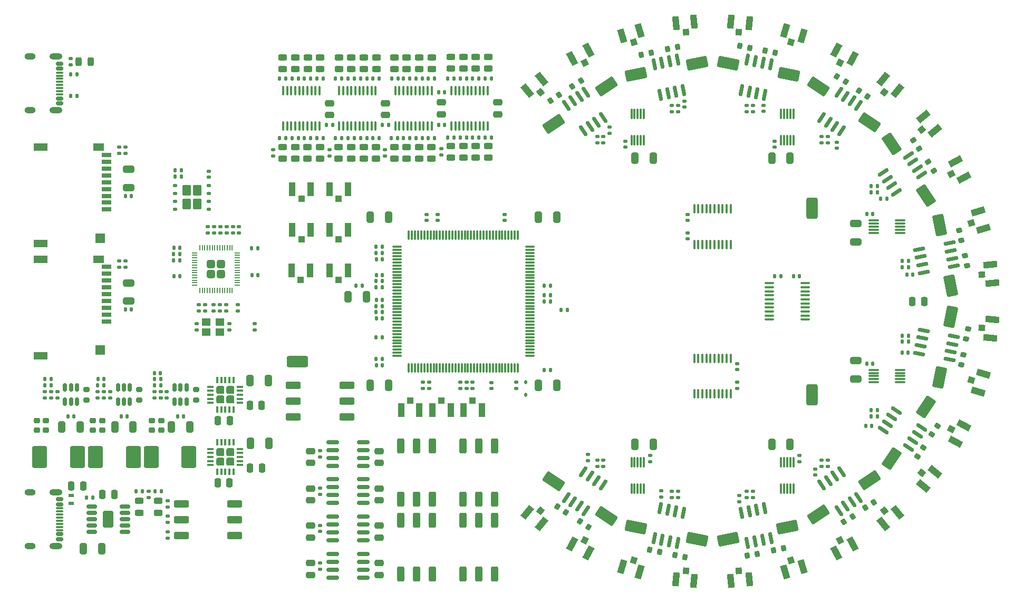
<source format=gtp>
%TF.GenerationSoftware,KiCad,Pcbnew,9.0.2-9.0.2-0~ubuntu24.04.1*%
%TF.CreationDate,2025-07-21T15:48:30-04:00*%
%TF.ProjectId,digital,64696769-7461-46c2-9e6b-696361645f70,rev?*%
%TF.SameCoordinates,Original*%
%TF.FileFunction,Paste,Top*%
%TF.FilePolarity,Positive*%
%FSLAX46Y46*%
G04 Gerber Fmt 4.6, Leading zero omitted, Abs format (unit mm)*
G04 Created by KiCad (PCBNEW 9.0.2-9.0.2-0~ubuntu24.04.1) date 2025-07-21 15:48:30*
%MOMM*%
%LPD*%
G01*
G04 APERTURE LIST*
G04 Aperture macros list*
%AMRoundRect*
0 Rectangle with rounded corners*
0 $1 Rounding radius*
0 $2 $3 $4 $5 $6 $7 $8 $9 X,Y pos of 4 corners*
0 Add a 4 corners polygon primitive as box body*
4,1,4,$2,$3,$4,$5,$6,$7,$8,$9,$2,$3,0*
0 Add four circle primitives for the rounded corners*
1,1,$1+$1,$2,$3*
1,1,$1+$1,$4,$5*
1,1,$1+$1,$6,$7*
1,1,$1+$1,$8,$9*
0 Add four rect primitives between the rounded corners*
20,1,$1+$1,$2,$3,$4,$5,0*
20,1,$1+$1,$4,$5,$6,$7,0*
20,1,$1+$1,$6,$7,$8,$9,0*
20,1,$1+$1,$8,$9,$2,$3,0*%
%AMRotRect*
0 Rectangle, with rotation*
0 The origin of the aperture is its center*
0 $1 length*
0 $2 width*
0 $3 Rotation angle, in degrees counterclockwise*
0 Add horizontal line*
21,1,$1,$2,0,0,$3*%
G04 Aperture macros list end*
%ADD10RoundRect,0.150000X-0.425000X0.150000X-0.425000X-0.150000X0.425000X-0.150000X0.425000X0.150000X0*%
%ADD11RoundRect,0.075000X-0.500000X0.075000X-0.500000X-0.075000X0.500000X-0.075000X0.500000X0.075000X0*%
%ADD12O,2.100000X1.000000*%
%ADD13O,1.800000X1.000000*%
%ADD14RoundRect,0.200000X-0.142507X-0.308734X0.249807X-0.230698X0.142507X0.308734X-0.249807X0.230698X0*%
%ADD15RoundRect,0.250000X-1.295330X-0.920391X1.548947X-0.354629X1.295330X0.920391X-1.548947X0.354629X0*%
%ADD16RoundRect,0.200000X-0.117540X0.319076X-0.339768X-0.013512X0.117540X-0.319076X0.339768X0.013512X0*%
%ADD17RoundRect,0.150000X-0.308067X0.779884X0.013832X-0.838411X0.308067X-0.779884X-0.013832X0.838411X0*%
%ADD18RoundRect,0.250000X1.295330X0.920391X-1.548947X0.354629X-1.295330X-0.920391X1.548947X-0.354629X0*%
%ADD19RotRect,1.000000X1.050000X5.625000*%
%ADD20RotRect,1.050000X2.200000X5.625000*%
%ADD21RotRect,1.000000X1.050000X39.375000*%
%ADD22RotRect,1.050000X2.200000X39.375000*%
%ADD23RotRect,1.000000X1.050000X163.125000*%
%ADD24RotRect,1.050000X2.200000X163.125000*%
%ADD25RotRect,1.000000X1.050000X50.625000*%
%ADD26RotRect,1.050000X2.200000X50.625000*%
%ADD27RoundRect,0.087500X0.087500X-0.725000X0.087500X0.725000X-0.087500X0.725000X-0.087500X-0.725000X0*%
%ADD28RoundRect,0.140000X-0.140000X-0.170000X0.140000X-0.170000X0.140000X0.170000X-0.140000X0.170000X0*%
%ADD29RoundRect,0.250000X-0.325000X-0.650000X0.325000X-0.650000X0.325000X0.650000X-0.325000X0.650000X0*%
%ADD30RoundRect,0.200000X0.319076X0.117540X-0.013512X0.339768X-0.319076X-0.117540X0.013512X-0.339768X0*%
%ADD31RoundRect,0.250000X-1.346032X0.844510X0.265122X-1.566752X1.346032X-0.844510X-0.265122X1.566752X0*%
%ADD32RoundRect,0.135000X0.185000X-0.135000X0.185000X0.135000X-0.185000X0.135000X-0.185000X-0.135000X0*%
%ADD33RoundRect,0.200000X-0.339768X0.013512X-0.117540X-0.319076X0.339768X-0.013512X0.117540X0.319076X0*%
%ADD34RoundRect,0.200000X0.249807X0.230698X-0.142507X0.308734X-0.249807X-0.230698X0.142507X-0.308734X0*%
%ADD35RoundRect,0.135000X0.135000X0.185000X-0.135000X0.185000X-0.135000X-0.185000X0.135000X-0.185000X0*%
%ADD36RoundRect,0.087500X-0.087500X0.725000X-0.087500X-0.725000X0.087500X-0.725000X0.087500X0.725000X0*%
%ADD37RoundRect,0.135000X-0.185000X0.135000X-0.185000X-0.135000X0.185000X-0.135000X0.185000X0.135000X0*%
%ADD38RoundRect,0.140000X0.170000X-0.140000X0.170000X0.140000X-0.170000X0.140000X-0.170000X-0.140000X0*%
%ADD39RotRect,1.000000X1.050000X118.125000*%
%ADD40RotRect,1.050000X2.200000X118.125000*%
%ADD41RoundRect,0.250000X-0.250000X-0.475000X0.250000X-0.475000X0.250000X0.475000X-0.250000X0.475000X0*%
%ADD42RoundRect,0.200000X-0.308734X0.142507X-0.230698X-0.249807X0.308734X-0.142507X0.230698X0.249807X0*%
%ADD43RoundRect,0.250000X0.265122X1.566752X-1.346032X-0.844510X-0.265122X-1.566752X1.346032X0.844510X0*%
%ADD44RotRect,1.000000X1.050000X208.125000*%
%ADD45RotRect,1.050000X2.200000X208.125000*%
%ADD46RoundRect,0.100000X-0.637500X-0.100000X0.637500X-0.100000X0.637500X0.100000X-0.637500X0.100000X0*%
%ADD47RoundRect,0.200000X0.117540X-0.319076X0.339768X0.013512X-0.117540X0.319076X-0.339768X-0.013512X0*%
%ADD48RoundRect,0.140000X-0.170000X0.140000X-0.170000X-0.140000X0.170000X-0.140000X0.170000X0.140000X0*%
%ADD49RoundRect,0.250000X0.844510X1.346032X-1.566752X-0.265122X-0.844510X-1.346032X1.566752X0.265122X0*%
%ADD50RoundRect,0.250000X-0.844510X-1.346032X1.566752X0.265122X0.844510X1.346032X-1.566752X-0.265122X0*%
%ADD51RotRect,1.000000X1.050000X151.875000*%
%ADD52RotRect,1.050000X2.200000X151.875000*%
%ADD53RotRect,1.000000X1.050000X343.125000*%
%ADD54RotRect,1.050000X2.200000X343.125000*%
%ADD55RoundRect,0.150000X-0.583066X0.602627X0.333625X-0.769298X0.583066X-0.602627X-0.333625X0.769298X0*%
%ADD56RoundRect,0.150000X0.333625X0.769298X-0.583066X-0.602627X-0.333625X-0.769298X0.583066X0.602627X0*%
%ADD57RoundRect,0.087500X-0.725000X-0.087500X0.725000X-0.087500X0.725000X0.087500X-0.725000X0.087500X0*%
%ADD58RotRect,1.000000X1.050000X185.625000*%
%ADD59RotRect,1.050000X2.200000X185.625000*%
%ADD60RoundRect,0.250000X0.650000X-1.450000X0.650000X1.450000X-0.650000X1.450000X-0.650000X-1.450000X0*%
%ADD61RotRect,1.000000X1.050000X84.375000*%
%ADD62RotRect,1.050000X2.200000X84.375000*%
%ADD63RoundRect,0.200000X0.339768X-0.013512X0.117540X0.319076X-0.339768X0.013512X-0.117540X-0.319076X0*%
%ADD64RoundRect,0.250000X1.548947X0.354629X-1.295330X0.920391X-1.548947X-0.354629X1.295330X-0.920391X0*%
%ADD65RotRect,1.000000X1.050000X354.375000*%
%ADD66RotRect,1.050000X2.200000X354.375000*%
%ADD67RoundRect,0.250000X-0.354629X1.548947X-0.920391X-1.295330X0.354629X-1.548947X0.920391X1.295330X0*%
%ADD68RoundRect,0.100000X0.100000X-0.637500X0.100000X0.637500X-0.100000X0.637500X-0.100000X-0.637500X0*%
%ADD69RoundRect,0.200000X0.013512X0.339768X-0.319076X0.117540X-0.013512X-0.339768X0.319076X-0.117540X0*%
%ADD70RotRect,1.000000X1.050000X28.125000*%
%ADD71RotRect,1.050000X2.200000X28.125000*%
%ADD72RoundRect,0.200000X0.142507X0.308734X-0.249807X0.230698X-0.142507X-0.308734X0.249807X-0.230698X0*%
%ADD73RoundRect,0.250000X-1.548947X-0.354629X1.295330X-0.920391X1.548947X0.354629X-1.295330X0.920391X0*%
%ADD74RoundRect,0.250000X1.566752X-0.265122X-0.844510X1.346032X-1.566752X0.265122X0.844510X-1.346032X0*%
%ADD75RotRect,1.000000X1.050000X196.875000*%
%ADD76RotRect,1.050000X2.200000X196.875000*%
%ADD77RotRect,1.000000X1.050000X129.375000*%
%ADD78RotRect,1.050000X2.200000X129.375000*%
%ADD79RoundRect,0.250000X-0.920391X1.295330X-0.354629X-1.548947X0.920391X-1.295330X0.354629X1.548947X0*%
%ADD80RoundRect,0.200000X-0.319076X-0.117540X0.013512X-0.339768X0.319076X0.117540X-0.013512X0.339768X0*%
%ADD81RoundRect,0.250000X-0.650000X0.325000X-0.650000X-0.325000X0.650000X-0.325000X0.650000X0.325000X0*%
%ADD82RoundRect,0.250000X-1.566752X0.265122X0.844510X-1.346032X1.566752X-0.265122X-0.844510X1.346032X0*%
%ADD83RoundRect,0.200000X-0.013512X-0.339768X0.319076X-0.117540X0.013512X0.339768X-0.319076X0.117540X0*%
%ADD84RoundRect,0.112500X-0.112500X0.187500X-0.112500X-0.187500X0.112500X-0.187500X0.112500X0.187500X0*%
%ADD85RoundRect,0.200000X0.308734X-0.142507X0.230698X0.249807X-0.308734X0.142507X-0.230698X-0.249807X0*%
%ADD86RotRect,1.000000X1.050000X219.375000*%
%ADD87RotRect,1.050000X2.200000X219.375000*%
%ADD88RoundRect,0.200000X0.230698X-0.249807X0.308734X0.142507X-0.230698X0.249807X-0.308734X-0.142507X0*%
%ADD89RotRect,1.000000X1.050000X331.875000*%
%ADD90RotRect,1.050000X2.200000X331.875000*%
%ADD91RotRect,1.000000X1.050000X95.625000*%
%ADD92RotRect,1.050000X2.200000X95.625000*%
%ADD93RoundRect,0.150000X0.602627X0.583066X-0.769298X-0.333625X-0.602627X-0.583066X0.769298X0.333625X0*%
%ADD94RoundRect,0.150000X0.308067X-0.779884X-0.013832X0.838411X-0.308067X0.779884X0.013832X-0.838411X0*%
%ADD95RoundRect,0.200000X-0.230698X0.249807X-0.308734X-0.142507X0.230698X-0.249807X0.308734X0.142507X0*%
%ADD96RoundRect,0.150000X-0.013832X-0.838411X0.308067X0.779884X0.013832X0.838411X-0.308067X-0.779884X0*%
%ADD97RotRect,1.000000X1.050000X16.875000*%
%ADD98RotRect,1.050000X2.200000X16.875000*%
%ADD99RoundRect,0.250000X-0.650000X1.450000X-0.650000X-1.450000X0.650000X-1.450000X0.650000X1.450000X0*%
%ADD100RoundRect,0.140000X0.140000X0.170000X-0.140000X0.170000X-0.140000X-0.170000X0.140000X-0.170000X0*%
%ADD101RoundRect,0.250000X0.325000X0.650000X-0.325000X0.650000X-0.325000X-0.650000X0.325000X-0.650000X0*%
%ADD102RotRect,1.000000X1.050000X73.125000*%
%ADD103RotRect,1.050000X2.200000X73.125000*%
%ADD104RotRect,1.000000X1.050000X174.375000*%
%ADD105RotRect,1.050000X2.200000X174.375000*%
%ADD106RotRect,1.000000X1.050000X320.625000*%
%ADD107RotRect,1.050000X2.200000X320.625000*%
%ADD108RoundRect,0.135000X-0.135000X-0.185000X0.135000X-0.185000X0.135000X0.185000X-0.135000X0.185000X0*%
%ADD109RoundRect,0.150000X0.779884X0.308067X-0.838411X-0.013832X-0.779884X-0.308067X0.838411X0.013832X0*%
%ADD110RoundRect,0.100000X-0.100000X0.637500X-0.100000X-0.637500X0.100000X-0.637500X0.100000X0.637500X0*%
%ADD111RoundRect,0.150000X0.583066X-0.602627X-0.333625X0.769298X-0.583066X0.602627X0.333625X-0.769298X0*%
%ADD112RoundRect,0.200000X-0.249807X-0.230698X0.142507X-0.308734X0.249807X0.230698X-0.142507X0.308734X0*%
%ADD113RoundRect,0.150000X0.838411X-0.013832X-0.779884X0.308067X-0.838411X0.013832X0.779884X-0.308067X0*%
%ADD114RoundRect,0.150000X-0.333625X-0.769298X0.583066X0.602627X0.333625X0.769298X-0.583066X-0.602627X0*%
%ADD115RotRect,1.000000X1.050000X106.875000*%
%ADD116RotRect,1.050000X2.200000X106.875000*%
%ADD117RotRect,1.000000X1.050000X61.875000*%
%ADD118RotRect,1.050000X2.200000X61.875000*%
%ADD119RoundRect,0.150000X0.013832X0.838411X-0.308067X-0.779884X-0.013832X-0.838411X0.308067X0.779884X0*%
%ADD120RotRect,1.000000X1.050000X140.625000*%
%ADD121RotRect,1.050000X2.200000X140.625000*%
%ADD122RoundRect,0.150000X0.769298X-0.333625X-0.602627X0.583066X-0.769298X0.333625X0.602627X-0.583066X0*%
%ADD123RoundRect,0.243750X-0.456250X0.243750X-0.456250X-0.243750X0.456250X-0.243750X0.456250X0.243750X0*%
%ADD124RoundRect,0.243750X0.456250X-0.243750X0.456250X0.243750X-0.456250X0.243750X-0.456250X-0.243750X0*%
%ADD125RoundRect,0.250000X-0.475000X0.250000X-0.475000X-0.250000X0.475000X-0.250000X0.475000X0.250000X0*%
%ADD126RoundRect,0.250000X-0.970000X-0.310000X0.970000X-0.310000X0.970000X0.310000X-0.970000X0.310000X0*%
%ADD127RoundRect,0.250000X-0.435000X-0.615000X0.435000X-0.615000X0.435000X0.615000X-0.435000X0.615000X0*%
%ADD128RoundRect,0.125000X-0.250000X-0.125000X0.250000X-0.125000X0.250000X0.125000X-0.250000X0.125000X0*%
%ADD129RoundRect,0.200000X0.275000X-0.200000X0.275000X0.200000X-0.275000X0.200000X-0.275000X-0.200000X0*%
%ADD130RoundRect,0.225000X-0.250000X0.225000X-0.250000X-0.225000X0.250000X-0.225000X0.250000X0.225000X0*%
%ADD131RoundRect,0.250000X0.970000X0.310000X-0.970000X0.310000X-0.970000X-0.310000X0.970000X-0.310000X0*%
%ADD132RoundRect,0.250000X0.310000X-0.970000X0.310000X0.970000X-0.310000X0.970000X-0.310000X-0.970000X0*%
%ADD133R,1.000000X1.050000*%
%ADD134R,1.050000X2.200000*%
%ADD135RoundRect,0.050000X0.350000X-0.225000X0.350000X0.225000X-0.350000X0.225000X-0.350000X-0.225000X0*%
%ADD136RoundRect,0.150000X-0.825000X-0.150000X0.825000X-0.150000X0.825000X0.150000X-0.825000X0.150000X0*%
%ADD137RoundRect,0.150000X0.150000X-0.512500X0.150000X0.512500X-0.150000X0.512500X-0.150000X-0.512500X0*%
%ADD138RoundRect,0.250000X0.250000X0.475000X-0.250000X0.475000X-0.250000X-0.475000X0.250000X-0.475000X0*%
%ADD139RoundRect,0.250000X-0.385000X0.385000X-0.385000X-0.385000X0.385000X-0.385000X0.385000X0.385000X0*%
%ADD140RoundRect,0.087500X-0.087500X0.425000X-0.087500X-0.425000X0.087500X-0.425000X0.087500X0.425000X0*%
%ADD141RoundRect,0.087500X-0.425000X0.087500X-0.425000X-0.087500X0.425000X-0.087500X0.425000X0.087500X0*%
%ADD142R,1.600000X0.700000*%
%ADD143R,1.800000X1.200000*%
%ADD144R,2.200000X1.200000*%
%ADD145R,1.500000X1.600000*%
%ADD146RoundRect,0.250000X0.475000X-0.250000X0.475000X0.250000X-0.475000X0.250000X-0.475000X-0.250000X0*%
%ADD147RoundRect,0.243750X0.243750X0.456250X-0.243750X0.456250X-0.243750X-0.456250X0.243750X-0.456250X0*%
%ADD148R,1.400000X1.200000*%
%ADD149RoundRect,0.250000X-1.450000X-0.650000X1.450000X-0.650000X1.450000X0.650000X-1.450000X0.650000X0*%
%ADD150RoundRect,0.250000X0.650000X-0.325000X0.650000X0.325000X-0.650000X0.325000X-0.650000X-0.325000X0*%
%ADD151RoundRect,0.249999X-0.395001X-0.395001X0.395001X-0.395001X0.395001X0.395001X-0.395001X0.395001X0*%
%ADD152RoundRect,0.050000X-0.387500X-0.050000X0.387500X-0.050000X0.387500X0.050000X-0.387500X0.050000X0*%
%ADD153RoundRect,0.050000X-0.050000X-0.387500X0.050000X-0.387500X0.050000X0.387500X-0.050000X0.387500X0*%
%ADD154RoundRect,0.250000X0.925000X1.500000X-0.925000X1.500000X-0.925000X-1.500000X0.925000X-1.500000X0*%
%ADD155RoundRect,0.075000X-0.075000X0.662500X-0.075000X-0.662500X0.075000X-0.662500X0.075000X0.662500X0*%
%ADD156RoundRect,0.075000X-0.662500X0.075000X-0.662500X-0.075000X0.662500X-0.075000X0.662500X0.075000X0*%
%ADD157RoundRect,0.250000X-0.595000X-1.080000X0.595000X-1.080000X0.595000X1.080000X-0.595000X1.080000X0*%
%ADD158RoundRect,0.150000X-0.687500X-0.150000X0.687500X-0.150000X0.687500X0.150000X-0.687500X0.150000X0*%
G04 APERTURE END LIST*
D10*
%TO.C,J19*%
X60180000Y-131800000D03*
X60180000Y-132600000D03*
D11*
X60180000Y-133750000D03*
X60180000Y-134750000D03*
X60180000Y-135250000D03*
X60180000Y-136250000D03*
D10*
X60180000Y-137400000D03*
X60180000Y-138200000D03*
X60180000Y-138200000D03*
X60180000Y-137400000D03*
D11*
X60180000Y-136750000D03*
X60180000Y-135750000D03*
X60180000Y-134250000D03*
X60180000Y-133250000D03*
D10*
X60180000Y-132600000D03*
X60180000Y-131800000D03*
D12*
X59605000Y-130680000D03*
D13*
X55425000Y-130680000D03*
D12*
X59605000Y-139320000D03*
D13*
X55425000Y-139320000D03*
%TD*%
D14*
%TO.C,R107*%
X170590852Y-140860950D03*
X172209148Y-140539050D03*
%TD*%
D15*
%TO.C,TP39*%
X162500000Y-61750000D03*
%TD*%
D16*
%TO.C,R131*%
X201158345Y-120014038D03*
X200241655Y-121385962D03*
%TD*%
D17*
%TO.C,U36*%
X159385547Y-61200909D03*
X158139950Y-61448674D03*
X156894353Y-61696439D03*
X155648755Y-61944203D03*
X156614453Y-66799091D03*
X157860050Y-66551326D03*
X159105647Y-66303561D03*
X160351245Y-66055797D03*
%TD*%
D18*
%TO.C,TP12*%
X167500000Y-138250000D03*
%TD*%
D19*
%TO.C,J29*%
X169261294Y-143265656D03*
D20*
X167942873Y-144927888D03*
X170878667Y-144638738D03*
%TD*%
D21*
%TO.C,J35*%
X192580247Y-133606630D03*
D22*
X192407507Y-135721201D03*
X194687887Y-133849741D03*
%TD*%
D23*
%TO.C,J34*%
X177620128Y-58397019D03*
D24*
X179474299Y-57365855D03*
X176651325Y-56509515D03*
%TD*%
D25*
%TO.C,J37*%
X198606629Y-127580249D03*
D26*
X198849740Y-129687889D03*
X200721200Y-127407509D03*
%TD*%
D27*
%TO.C,U23*%
X152000000Y-74112500D03*
X152500000Y-74112500D03*
X153000000Y-74112500D03*
X153500000Y-74112500D03*
X154000000Y-74112500D03*
X154000000Y-69887500D03*
X153500000Y-69887500D03*
X153000000Y-69887500D03*
X152500000Y-69887500D03*
X152000000Y-69887500D03*
%TD*%
D28*
%TO.C,C113*%
X189620000Y-120000000D03*
X190580000Y-120000000D03*
%TD*%
%TO.C,C85*%
X189770000Y-110000000D03*
X190730000Y-110000000D03*
%TD*%
D29*
%TO.C,C20*%
X137025000Y-113500000D03*
X139975000Y-113500000D03*
%TD*%
D30*
%TO.C,R108*%
X189871924Y-67058345D03*
X188500000Y-66141655D03*
%TD*%
D31*
%TO.C,TP30*%
X193750000Y-74750000D03*
%TD*%
D32*
%TO.C,R91*%
X183500000Y-126500000D03*
X183500000Y-125480000D03*
%TD*%
%TO.C,R93*%
X171500000Y-131520000D03*
X171500000Y-130500000D03*
%TD*%
D33*
%TO.C,R104*%
X197241655Y-74114038D03*
X198158345Y-75485962D03*
%TD*%
D34*
%TO.C,R103*%
X160609148Y-141060950D03*
X158990852Y-140739050D03*
%TD*%
D35*
%TO.C,R113*%
X191510000Y-117500000D03*
X190490000Y-117500000D03*
%TD*%
D36*
%TO.C,U16*%
X178000000Y-125887500D03*
X177500000Y-125887500D03*
X177000000Y-125887500D03*
X176500000Y-125887500D03*
X176000000Y-125887500D03*
X176000000Y-130112500D03*
X176500000Y-130112500D03*
X177000000Y-130112500D03*
X177500000Y-130112500D03*
X178000000Y-130112500D03*
%TD*%
D35*
%TO.C,R105*%
X191510000Y-81500000D03*
X190490000Y-81500000D03*
%TD*%
%TO.C,R110*%
X196500000Y-94500000D03*
X195480000Y-94500000D03*
%TD*%
D28*
%TO.C,C102*%
X178020000Y-96000000D03*
X178980000Y-96000000D03*
%TD*%
D37*
%TO.C,R123*%
X158500000Y-68490000D03*
X158500000Y-69510000D03*
%TD*%
D38*
%TO.C,C99*%
X169000000Y-110980000D03*
X169000000Y-110020000D03*
%TD*%
D35*
%TO.C,R111*%
X196510000Y-105500000D03*
X195490000Y-105500000D03*
%TD*%
D39*
%TO.C,J26*%
X203341528Y-79506028D03*
D40*
X205381768Y-80087982D03*
X203991148Y-77486314D03*
%TD*%
D41*
%TO.C,C112*%
X197100000Y-100000000D03*
X199000000Y-100000000D03*
%TD*%
D42*
%TO.C,R97*%
X204639050Y-88590852D03*
X204960950Y-90209148D03*
%TD*%
D43*
%TO.C,TP20*%
X199250000Y-117000000D03*
%TD*%
D38*
%TO.C,C114*%
X160500000Y-68780000D03*
X160500000Y-67820000D03*
%TD*%
D28*
%TO.C,C13*%
X138020000Y-111000000D03*
X138980000Y-111000000D03*
%TD*%
D44*
%TO.C,J42*%
X144506028Y-61658472D03*
D45*
X145087982Y-59618232D03*
X142486314Y-61008852D03*
%TD*%
D46*
%TO.C,U29*%
X174137500Y-97075000D03*
X174137500Y-97725000D03*
X174137500Y-98375000D03*
X174137500Y-99025000D03*
X174137500Y-99675000D03*
X174137500Y-100325000D03*
X174137500Y-100975000D03*
X174137500Y-101625000D03*
X174137500Y-102275000D03*
X174137500Y-102925000D03*
X179862500Y-102925000D03*
X179862500Y-102275000D03*
X179862500Y-101625000D03*
X179862500Y-100975000D03*
X179862500Y-100325000D03*
X179862500Y-99675000D03*
X179862500Y-99025000D03*
X179862500Y-98375000D03*
X179862500Y-97725000D03*
X179862500Y-97075000D03*
%TD*%
D47*
%TO.C,R124*%
X197941655Y-124885962D03*
X198858345Y-123514038D03*
%TD*%
D48*
%TO.C,C80*%
X179000000Y-124770000D03*
X179000000Y-125730000D03*
%TD*%
D29*
%TO.C,C91*%
X174525000Y-77000000D03*
X177475000Y-77000000D03*
%TD*%
D32*
%TO.C,R94*%
X170500000Y-131520000D03*
X170500000Y-130500000D03*
%TD*%
D48*
%TO.C,C98*%
X169000000Y-113020000D03*
X169000000Y-113980000D03*
%TD*%
D49*
%TO.C,TP15*%
X182000000Y-134250000D03*
%TD*%
D37*
%TO.C,R129*%
X182500000Y-73490000D03*
X182500000Y-74510000D03*
%TD*%
%TO.C,R130*%
X183500000Y-73490000D03*
X183500000Y-74510000D03*
%TD*%
D50*
%TO.C,TP41*%
X148000000Y-65500000D03*
%TD*%
D14*
%TO.C,R132*%
X153590852Y-60360950D03*
X155209148Y-60039050D03*
%TD*%
D51*
%TO.C,J32*%
X185493974Y-61658474D03*
D52*
X187513688Y-61008854D03*
X184912020Y-59618234D03*
%TD*%
D36*
%TO.C,U15*%
X154000000Y-125887500D03*
X153500000Y-125887500D03*
X153000000Y-125887500D03*
X152500000Y-125887500D03*
X152000000Y-125887500D03*
X152000000Y-130112500D03*
X152500000Y-130112500D03*
X153000000Y-130112500D03*
X153500000Y-130112500D03*
X154000000Y-130112500D03*
%TD*%
D27*
%TO.C,U21*%
X176000000Y-74112500D03*
X176500000Y-74112500D03*
X177000000Y-74112500D03*
X177500000Y-74112500D03*
X178000000Y-74112500D03*
X178000000Y-69887500D03*
X177500000Y-69887500D03*
X177000000Y-69887500D03*
X176500000Y-69887500D03*
X176000000Y-69887500D03*
%TD*%
D48*
%TO.C,C106*%
X169300000Y-131220000D03*
X169300000Y-132180000D03*
%TD*%
D53*
%TO.C,J25*%
X152379872Y-141602981D03*
D54*
X150525701Y-142634145D03*
X153348675Y-143490485D03*
%TD*%
D55*
%TO.C,U38*%
X144708913Y-66383751D03*
X143652947Y-67089326D03*
X142596980Y-67794900D03*
X141541014Y-68500474D03*
X144291087Y-72616249D03*
X145347053Y-71910674D03*
X146403020Y-71205100D03*
X147458986Y-70499526D03*
%TD*%
D56*
%TO.C,U31*%
X188458986Y-68500474D03*
X187403020Y-67794900D03*
X186347053Y-67089326D03*
X185291087Y-66383751D03*
X182541014Y-70499526D03*
X183596980Y-71205100D03*
X184652947Y-71910674D03*
X185708913Y-72616249D03*
%TD*%
D57*
%TO.C,U18*%
X190887500Y-111000000D03*
X190887500Y-111500000D03*
X190887500Y-112000000D03*
X190887500Y-112500000D03*
X190887500Y-113000000D03*
X195112500Y-113000000D03*
X195112500Y-112500000D03*
X195112500Y-112000000D03*
X195112500Y-111500000D03*
X195112500Y-111000000D03*
%TD*%
D35*
%TO.C,R106*%
X191510000Y-82500000D03*
X190490000Y-82500000D03*
%TD*%
D58*
%TO.C,J38*%
X160738706Y-56734344D03*
D59*
X162057127Y-55072112D03*
X159121333Y-55361262D03*
%TD*%
D35*
%TO.C,R112*%
X196510000Y-106500000D03*
X195490000Y-106500000D03*
%TD*%
D60*
%TO.C,TP4*%
X181000000Y-115000000D03*
%TD*%
D61*
%TO.C,J43*%
X208265656Y-104261297D03*
D62*
X209638738Y-105878670D03*
X209927888Y-102942876D03*
%TD*%
D37*
%TO.C,R122*%
X147500000Y-73490000D03*
X147500000Y-74510000D03*
%TD*%
D63*
%TO.C,R102*%
X200558345Y-78985962D03*
X199641655Y-77614038D03*
%TD*%
D64*
%TO.C,TP10*%
X162500000Y-138250000D03*
%TD*%
D48*
%TO.C,C104*%
X156800000Y-130440000D03*
X156800000Y-131400000D03*
%TD*%
D65*
%TO.C,J27*%
X160738703Y-143265656D03*
D66*
X159121330Y-144638738D03*
X162057124Y-144927888D03*
%TD*%
D67*
%TO.C,TP21*%
X201500000Y-112250000D03*
%TD*%
D68*
%TO.C,U34*%
X162075000Y-90862500D03*
X162725000Y-90862500D03*
X163375000Y-90862500D03*
X164025000Y-90862500D03*
X164675000Y-90862500D03*
X165325000Y-90862500D03*
X165975000Y-90862500D03*
X166625000Y-90862500D03*
X167275000Y-90862500D03*
X167925000Y-90862500D03*
X167925000Y-85137500D03*
X167275000Y-85137500D03*
X166625000Y-85137500D03*
X165975000Y-85137500D03*
X165325000Y-85137500D03*
X164675000Y-85137500D03*
X164025000Y-85137500D03*
X163375000Y-85137500D03*
X162725000Y-85137500D03*
X162075000Y-85137500D03*
%TD*%
D35*
%TO.C,R116*%
X191510000Y-118500000D03*
X190490000Y-118500000D03*
%TD*%
D38*
%TO.C,C17*%
X131600000Y-86980000D03*
X131600000Y-86020000D03*
%TD*%
D69*
%TO.C,R119*%
X190885962Y-132241655D03*
X189514038Y-133158345D03*
%TD*%
D28*
%TO.C,C21*%
X138020000Y-100000000D03*
X138980000Y-100000000D03*
%TD*%
D32*
%TO.C,R99*%
X147500000Y-126500000D03*
X147500000Y-125480000D03*
%TD*%
D70*
%TO.C,J33*%
X185493972Y-138341528D03*
D71*
X184912018Y-140381768D03*
X187513686Y-138991148D03*
%TD*%
D48*
%TO.C,C19*%
X133500000Y-113020000D03*
X133500000Y-113980000D03*
%TD*%
D37*
%TO.C,R128*%
X171500000Y-68490000D03*
X171500000Y-69510000D03*
%TD*%
D72*
%TO.C,R114*%
X176409148Y-139639050D03*
X174790852Y-139960950D03*
%TD*%
D28*
%TO.C,C3*%
X140720000Y-101400000D03*
X141680000Y-101400000D03*
%TD*%
D38*
%TO.C,C92*%
X175000000Y-75230000D03*
X175000000Y-74270000D03*
%TD*%
D32*
%TO.C,R100*%
X146500000Y-126500000D03*
X146500000Y-125480000D03*
%TD*%
D73*
%TO.C,TP37*%
X167500000Y-61750000D03*
%TD*%
D74*
%TO.C,TP8*%
X148000000Y-134500000D03*
%TD*%
D75*
%TO.C,J40*%
X152379875Y-58397018D03*
D76*
X153348678Y-56509514D03*
X150525704Y-57365854D03*
%TD*%
D77*
%TO.C,J28*%
X198606630Y-72419753D03*
D78*
X200721201Y-72592493D03*
X198849741Y-70312113D03*
%TD*%
D32*
%TO.C,R95*%
X159500000Y-131520000D03*
X159500000Y-130500000D03*
%TD*%
D79*
%TO.C,TP28*%
X201500000Y-87750000D03*
%TD*%
D67*
%TO.C,TP22*%
X203250000Y-102500000D03*
%TD*%
D48*
%TO.C,C109*%
X161000000Y-89020000D03*
X161000000Y-89980000D03*
%TD*%
D38*
%TO.C,C97*%
X151000000Y-75250000D03*
X151000000Y-74290000D03*
%TD*%
D80*
%TO.C,R89*%
X140114038Y-132941655D03*
X141485962Y-133858345D03*
%TD*%
D81*
%TO.C,C84*%
X188000000Y-109525000D03*
X188000000Y-112475000D03*
%TD*%
D74*
%TO.C,TP7*%
X139500000Y-128900000D03*
%TD*%
D28*
%TO.C,C5*%
X138020000Y-97500000D03*
X138980000Y-97500000D03*
%TD*%
%TO.C,C89*%
X189770000Y-86000000D03*
X190730000Y-86000000D03*
%TD*%
D32*
%TO.C,R92*%
X182500000Y-126500000D03*
X182500000Y-125480000D03*
%TD*%
D82*
%TO.C,TP33*%
X182000000Y-65500000D03*
%TD*%
D32*
%TO.C,R98*%
X158500000Y-131520000D03*
X158500000Y-130500000D03*
%TD*%
D83*
%TO.C,R117*%
X186114038Y-135458345D03*
X187485962Y-134541655D03*
%TD*%
D48*
%TO.C,C77*%
X155000000Y-124770000D03*
X155000000Y-125730000D03*
%TD*%
D73*
%TO.C,TP35*%
X177250000Y-63500000D03*
%TD*%
D38*
%TO.C,C108*%
X161000000Y-86980000D03*
X161000000Y-86020000D03*
%TD*%
D84*
%TO.C,D7*%
X135000000Y-112950000D03*
X135000000Y-115050000D03*
%TD*%
D85*
%TO.C,R90*%
X205860950Y-94309148D03*
X205539050Y-92690852D03*
%TD*%
D35*
%TO.C,R109*%
X196500000Y-93500000D03*
X195480000Y-93500000D03*
%TD*%
D37*
%TO.C,R127*%
X170500000Y-68490000D03*
X170500000Y-69510000D03*
%TD*%
D86*
%TO.C,J44*%
X137419753Y-66393370D03*
D87*
X137592493Y-64278799D03*
X135312113Y-66150259D03*
%TD*%
D50*
%TO.C,TP42*%
X139500000Y-71500000D03*
%TD*%
D28*
%TO.C,C101*%
X196220000Y-95700000D03*
X197180000Y-95700000D03*
%TD*%
%TO.C,C105*%
X192020000Y-83500000D03*
X192980000Y-83500000D03*
%TD*%
D88*
%TO.C,R133*%
X204939050Y-110209148D03*
X205260950Y-108590852D03*
%TD*%
D89*
%TO.C,J23*%
X144506026Y-138341526D03*
D90*
X142486312Y-138991146D03*
X145087980Y-140381766D03*
%TD*%
D91*
%TO.C,J22*%
X208265656Y-95738706D03*
D92*
X209927888Y-97057127D03*
X209638738Y-94121333D03*
%TD*%
D93*
%TO.C,U28*%
X198616249Y-79708913D03*
X197910674Y-78652947D03*
X197205100Y-77596980D03*
X196499526Y-76541014D03*
X192383751Y-79291087D03*
X193089326Y-80347053D03*
X193794900Y-81403020D03*
X194500474Y-82458986D03*
%TD*%
D94*
%TO.C,U30*%
X170614453Y-138799091D03*
X171860050Y-138551326D03*
X173105647Y-138303561D03*
X174351245Y-138055797D03*
X173385547Y-133200909D03*
X172139950Y-133448674D03*
X170894353Y-133696439D03*
X169648755Y-133944203D03*
%TD*%
D95*
%TO.C,R135*%
X206060950Y-104390852D03*
X205739050Y-106009148D03*
%TD*%
D38*
%TO.C,C107*%
X185000000Y-75400000D03*
X185000000Y-74440000D03*
%TD*%
D96*
%TO.C,U27*%
X155648755Y-138055797D03*
X156894353Y-138303561D03*
X158139950Y-138551326D03*
X159385547Y-138799091D03*
X160351245Y-133944203D03*
X159105647Y-133696439D03*
X157860050Y-133448674D03*
X156614453Y-133200909D03*
%TD*%
D28*
%TO.C,C115*%
X195440000Y-108200000D03*
X196400000Y-108200000D03*
%TD*%
D80*
%TO.C,R115*%
X185014038Y-63841655D03*
X186385962Y-64758345D03*
%TD*%
D37*
%TO.C,R126*%
X159500000Y-68490000D03*
X159500000Y-69510000D03*
%TD*%
D97*
%TO.C,J31*%
X177620125Y-141602982D03*
D98*
X176651322Y-143490486D03*
X179474296Y-142634146D03*
%TD*%
D99*
%TO.C,TP24*%
X181000000Y-85000000D03*
%TD*%
D100*
%TO.C,C103*%
X175980000Y-96000000D03*
X175020000Y-96000000D03*
%TD*%
D37*
%TO.C,R121*%
X146500000Y-73490000D03*
X146500000Y-74510000D03*
%TD*%
D15*
%TO.C,TP40*%
X152750000Y-63500000D03*
%TD*%
D18*
%TO.C,TP13*%
X177000000Y-136250000D03*
%TD*%
D72*
%TO.C,R125*%
X159409148Y-59139050D03*
X157790852Y-59460950D03*
%TD*%
D81*
%TO.C,C88*%
X188000000Y-87525000D03*
X188000000Y-90475000D03*
%TD*%
D29*
%TO.C,C96*%
X152525000Y-77000000D03*
X155475000Y-77000000D03*
%TD*%
D83*
%TO.C,R136*%
X139014038Y-67758345D03*
X140385962Y-66841655D03*
%TD*%
D101*
%TO.C,C79*%
X177475000Y-123000000D03*
X174525000Y-123000000D03*
%TD*%
D31*
%TO.C,TP29*%
X199250000Y-83000000D03*
%TD*%
D64*
%TO.C,TP9*%
X152750000Y-136250000D03*
%TD*%
D102*
%TO.C,J41*%
X206602981Y-112620128D03*
D103*
X207634145Y-114474299D03*
X208490485Y-111651325D03*
%TD*%
D57*
%TO.C,U20*%
X190887500Y-87000000D03*
X190887500Y-87500000D03*
X190887500Y-88000000D03*
X190887500Y-88500000D03*
X190887500Y-89000000D03*
X195112500Y-89000000D03*
X195112500Y-88500000D03*
X195112500Y-88000000D03*
X195112500Y-87500000D03*
X195112500Y-87000000D03*
%TD*%
D104*
%TO.C,J36*%
X169261297Y-56734344D03*
D105*
X170878670Y-55361262D03*
X167942876Y-55072112D03*
%TD*%
D106*
%TO.C,J21*%
X137419751Y-133606629D03*
D107*
X135312111Y-133849740D03*
X137592491Y-135721200D03*
%TD*%
D108*
%TO.C,R20*%
X137990000Y-99000000D03*
X139010000Y-99000000D03*
%TD*%
D49*
%TO.C,TP17*%
X190250000Y-128750000D03*
%TD*%
D109*
%TO.C,U26*%
X203799091Y-94385547D03*
X203551326Y-93139950D03*
X203303561Y-91894353D03*
X203055797Y-90648755D03*
X198200909Y-91614453D03*
X198448674Y-92860050D03*
X198696439Y-94105647D03*
X198944203Y-95351245D03*
%TD*%
D110*
%TO.C,U24*%
X167925000Y-109137500D03*
X167275000Y-109137500D03*
X166625000Y-109137500D03*
X165975000Y-109137500D03*
X165325000Y-109137500D03*
X164675000Y-109137500D03*
X164025000Y-109137500D03*
X163375000Y-109137500D03*
X162725000Y-109137500D03*
X162075000Y-109137500D03*
X162075000Y-114862500D03*
X162725000Y-114862500D03*
X163375000Y-114862500D03*
X164025000Y-114862500D03*
X164675000Y-114862500D03*
X165325000Y-114862500D03*
X165975000Y-114862500D03*
X166625000Y-114862500D03*
X167275000Y-114862500D03*
X167925000Y-114862500D03*
%TD*%
D111*
%TO.C,U32*%
X185291087Y-133616249D03*
X186347053Y-132910674D03*
X187403020Y-132205100D03*
X188458986Y-131499526D03*
X185708913Y-127383751D03*
X184652947Y-128089326D03*
X183596980Y-128794900D03*
X182541014Y-129500474D03*
%TD*%
D79*
%TO.C,TP26*%
X203250000Y-97500000D03*
%TD*%
D43*
%TO.C,TP19*%
X193750000Y-125250000D03*
%TD*%
D48*
%TO.C,C110*%
X181500000Y-126920000D03*
X181500000Y-127880000D03*
%TD*%
D101*
%TO.C,C18*%
X139975000Y-86500000D03*
X137025000Y-86500000D03*
%TD*%
%TO.C,C76*%
X155475000Y-123000000D03*
X152525000Y-123000000D03*
%TD*%
D112*
%TO.C,R120*%
X169390852Y-58939050D03*
X171009148Y-59260950D03*
%TD*%
D34*
%TO.C,R118*%
X175109148Y-60060950D03*
X173490852Y-59739050D03*
%TD*%
D113*
%TO.C,U37*%
X203055797Y-109351245D03*
X203303561Y-108105647D03*
X203551326Y-106860050D03*
X203799091Y-105614453D03*
X198944203Y-104648755D03*
X198696439Y-105894353D03*
X198448674Y-107139950D03*
X198200909Y-108385547D03*
%TD*%
D38*
%TO.C,C116*%
X148500000Y-72980000D03*
X148500000Y-72020000D03*
%TD*%
D114*
%TO.C,U25*%
X141541014Y-131499526D03*
X142596980Y-132205100D03*
X143652947Y-132910674D03*
X144708913Y-133616249D03*
X147458986Y-129500474D03*
X146403020Y-128794900D03*
X145347053Y-128089326D03*
X144291087Y-127383751D03*
%TD*%
D112*
%TO.C,R101*%
X154890852Y-139939050D03*
X156509148Y-140260950D03*
%TD*%
D115*
%TO.C,J24*%
X206602982Y-87379875D03*
D116*
X208490486Y-88348678D03*
X207634146Y-85525704D03*
%TD*%
D38*
%TO.C,C111*%
X173200000Y-69500000D03*
X173200000Y-68540000D03*
%TD*%
D117*
%TO.C,J39*%
X203341526Y-120493974D03*
D118*
X203991146Y-122513688D03*
X205381766Y-119912020D03*
%TD*%
D48*
%TO.C,C100*%
X145000000Y-124620000D03*
X145000000Y-125580000D03*
%TD*%
D119*
%TO.C,U33*%
X174351245Y-61944203D03*
X173105647Y-61696439D03*
X171860050Y-61448674D03*
X170614453Y-61200909D03*
X169648755Y-66055797D03*
X170894353Y-66303561D03*
X172139950Y-66551326D03*
X173385547Y-66799091D03*
%TD*%
D120*
%TO.C,J30*%
X192580249Y-66393371D03*
D121*
X194687889Y-66150260D03*
X192407509Y-64278800D03*
%TD*%
D30*
%TO.C,R96*%
X145085962Y-136258345D03*
X143714038Y-135341655D03*
%TD*%
D69*
%TO.C,R134*%
X143885962Y-64541655D03*
X142514038Y-65458345D03*
%TD*%
D82*
%TO.C,TP32*%
X190250000Y-71250000D03*
%TD*%
D122*
%TO.C,U35*%
X196499526Y-123458986D03*
X197205100Y-122403020D03*
X197910674Y-121347053D03*
X198616249Y-120291087D03*
X194500474Y-117541014D03*
X193794900Y-118596980D03*
X193089326Y-119652947D03*
X192383751Y-120708913D03*
%TD*%
D10*
%TO.C,J20*%
X60180000Y-61800000D03*
X60180000Y-62600000D03*
D11*
X60180000Y-63750000D03*
X60180000Y-64750000D03*
X60180000Y-65250000D03*
X60180000Y-66250000D03*
D10*
X60180000Y-67400000D03*
X60180000Y-68200000D03*
X60180000Y-68200000D03*
X60180000Y-67400000D03*
D11*
X60180000Y-66750000D03*
X60180000Y-65750000D03*
X60180000Y-64250000D03*
X60180000Y-63250000D03*
D10*
X60180000Y-62600000D03*
X60180000Y-61800000D03*
D12*
X59605000Y-60680000D03*
D13*
X55425000Y-60680000D03*
D12*
X59605000Y-69320000D03*
D13*
X55425000Y-69320000D03*
%TD*%
D123*
%TO.C,D26*%
X111020000Y-60812500D03*
X111020000Y-62687500D03*
%TD*%
D32*
%TO.C,R56*%
X77500000Y-135510000D03*
X77500000Y-134490000D03*
%TD*%
%TO.C,R28*%
X88800000Y-101560000D03*
X88800000Y-100540000D03*
%TD*%
D124*
%TO.C,D30*%
X102000000Y-77062500D03*
X102000000Y-75187500D03*
%TD*%
D48*
%TO.C,C81*%
X102000000Y-136020000D03*
X102000000Y-136980000D03*
%TD*%
D123*
%TO.C,D36*%
X98020000Y-60812500D03*
X98020000Y-62687500D03*
%TD*%
D35*
%TO.C,R64*%
X114410000Y-73750000D03*
X113390000Y-73750000D03*
%TD*%
D123*
%TO.C,D35*%
X100020000Y-60812500D03*
X100020000Y-62687500D03*
%TD*%
D125*
%TO.C,C95*%
X111500000Y-124050000D03*
X111500000Y-125950000D03*
%TD*%
D124*
%TO.C,D33*%
X96000000Y-77062500D03*
X96000000Y-75187500D03*
%TD*%
D35*
%TO.C,R83*%
X96510000Y-73750000D03*
X95490000Y-73750000D03*
%TD*%
D28*
%TO.C,C55*%
X61520000Y-118500000D03*
X62480000Y-118500000D03*
%TD*%
D123*
%TO.C,D19*%
X117920000Y-60812500D03*
X117920000Y-62687500D03*
%TD*%
D48*
%TO.C,C12*%
X125500000Y-113020000D03*
X125500000Y-113980000D03*
%TD*%
%TO.C,C4*%
X124500000Y-113020000D03*
X124500000Y-113980000D03*
%TD*%
D126*
%TO.C,SW1*%
X79695000Y-132560000D03*
X79695000Y-135100000D03*
X79695000Y-137640000D03*
X88305000Y-137640000D03*
X88305000Y-135100000D03*
X88305000Y-132560000D03*
%TD*%
D28*
%TO.C,C36*%
X70770000Y-101300000D03*
X71730000Y-101300000D03*
%TD*%
D127*
%TO.C,U3*%
X80600000Y-82200000D03*
X80600000Y-84350000D03*
X82300000Y-82200000D03*
X82300000Y-84350000D03*
D128*
X78750000Y-81370000D03*
X78750000Y-82640000D03*
X78750000Y-83910000D03*
X78750000Y-85180000D03*
X84150000Y-85180000D03*
X84150000Y-83910000D03*
X84150000Y-82640000D03*
X84150000Y-81370000D03*
%TD*%
D35*
%TO.C,R81*%
X100510000Y-73750000D03*
X99490000Y-73750000D03*
%TD*%
D41*
%TO.C,C47*%
X90750000Y-126790000D03*
X92650000Y-126790000D03*
%TD*%
D35*
%TO.C,R46*%
X76410000Y-112500000D03*
X75390000Y-112500000D03*
%TD*%
%TO.C,R72*%
X107500000Y-73750000D03*
X106480000Y-73750000D03*
%TD*%
D129*
%TO.C,R43*%
X64500000Y-115825000D03*
X64500000Y-114175000D03*
%TD*%
D35*
%TO.C,R18*%
X129510000Y-73700000D03*
X128490000Y-73700000D03*
%TD*%
D48*
%TO.C,C59*%
X77400000Y-114520000D03*
X77400000Y-115480000D03*
%TD*%
%TO.C,C24*%
X86900000Y-100570000D03*
X86900000Y-101530000D03*
%TD*%
D35*
%TO.C,R38*%
X67310000Y-113500000D03*
X66290000Y-113500000D03*
%TD*%
D130*
%TO.C,C64*%
X75000000Y-119125000D03*
X75000000Y-120675000D03*
%TD*%
D108*
%TO.C,R12*%
X126490000Y-64200000D03*
X127510000Y-64200000D03*
%TD*%
D131*
%TO.C,SW6*%
X106305000Y-118540000D03*
X106305000Y-116000000D03*
X106305000Y-113460000D03*
X97695000Y-113460000D03*
X97695000Y-116000000D03*
X97695000Y-118540000D03*
%TD*%
D132*
%TO.C,SW3*%
X114960000Y-143805000D03*
X117500000Y-143805000D03*
X120040000Y-143805000D03*
X120040000Y-135195000D03*
X117500000Y-135195000D03*
X114960000Y-135195000D03*
%TD*%
D133*
%TO.C,J8*%
X105000000Y-90025000D03*
D134*
X106475000Y-88500000D03*
X103525000Y-88500000D03*
%TD*%
D125*
%TO.C,C68*%
X121500000Y-68050000D03*
X121500000Y-69950000D03*
%TD*%
D133*
%TO.C,J4*%
X126500000Y-115975000D03*
D134*
X125025000Y-117500000D03*
X127975000Y-117500000D03*
%TD*%
D108*
%TO.C,R34*%
X110990000Y-109250000D03*
X112010000Y-109250000D03*
%TD*%
D100*
%TO.C,C44*%
X67280000Y-112500000D03*
X66320000Y-112500000D03*
%TD*%
D135*
%TO.C,D10*%
X62000000Y-132425000D03*
X62000000Y-131175000D03*
%TD*%
D48*
%TO.C,C31*%
X85900000Y-100570000D03*
X85900000Y-101530000D03*
%TD*%
D136*
%TO.C,U17*%
X104025000Y-134595000D03*
X104025000Y-135865000D03*
X104025000Y-137135000D03*
X104025000Y-138405000D03*
X108975000Y-138405000D03*
X108975000Y-137135000D03*
X108975000Y-135865000D03*
X108975000Y-134595000D03*
%TD*%
D123*
%TO.C,D27*%
X109020000Y-60812500D03*
X109020000Y-62687500D03*
%TD*%
D130*
%TO.C,C58*%
X58000000Y-119125000D03*
X58000000Y-120675000D03*
%TD*%
D125*
%TO.C,C94*%
X100500000Y-124050000D03*
X100500000Y-125950000D03*
%TD*%
D124*
%TO.C,D16*%
X115900000Y-77062500D03*
X115900000Y-75187500D03*
%TD*%
D132*
%TO.C,SW5*%
X114960000Y-131805000D03*
X117500000Y-131805000D03*
X120040000Y-131805000D03*
X120040000Y-123195000D03*
X117500000Y-123195000D03*
X114960000Y-123195000D03*
%TD*%
D101*
%TO.C,C16*%
X112975000Y-86500000D03*
X110025000Y-86500000D03*
%TD*%
D100*
%TO.C,C62*%
X76380000Y-111500000D03*
X75420000Y-111500000D03*
%TD*%
D48*
%TO.C,C6*%
X129520000Y-113040000D03*
X129520000Y-114000000D03*
%TD*%
D137*
%TO.C,U5*%
X69550000Y-116137500D03*
X70500000Y-116137500D03*
X71450000Y-116137500D03*
X71450000Y-113862500D03*
X70500000Y-113862500D03*
X69550000Y-113862500D03*
%TD*%
D133*
%TO.C,J5*%
X99000000Y-83525000D03*
D134*
X100475000Y-82000000D03*
X97525000Y-82000000D03*
%TD*%
D136*
%TO.C,U14*%
X104025000Y-140595000D03*
X104025000Y-141865000D03*
X104025000Y-143135000D03*
X104025000Y-144405000D03*
X108975000Y-144405000D03*
X108975000Y-143135000D03*
X108975000Y-141865000D03*
X108975000Y-140595000D03*
%TD*%
D35*
%TO.C,R16*%
X127510000Y-73700000D03*
X126490000Y-73700000D03*
%TD*%
D108*
%TO.C,R66*%
X117400000Y-64250000D03*
X118420000Y-64250000D03*
%TD*%
D38*
%TO.C,C33*%
X88000000Y-89000000D03*
X88000000Y-88040000D03*
%TD*%
D108*
%TO.C,R74*%
X110490000Y-64250000D03*
X111510000Y-64250000D03*
%TD*%
D101*
%TO.C,C2*%
X112975000Y-113500000D03*
X110025000Y-113500000D03*
%TD*%
D108*
%TO.C,R22*%
X78490000Y-93400000D03*
X79510000Y-93400000D03*
%TD*%
D35*
%TO.C,R62*%
X118390000Y-73750000D03*
X117370000Y-73750000D03*
%TD*%
D108*
%TO.C,R65*%
X119390000Y-64250000D03*
X120410000Y-64250000D03*
%TD*%
D138*
%TO.C,C66*%
X63950000Y-129650000D03*
X62050000Y-129650000D03*
%TD*%
D38*
%TO.C,C34*%
X89000000Y-88980000D03*
X89000000Y-88020000D03*
%TD*%
D139*
%TO.C,U7*%
X87580000Y-114210000D03*
X86000000Y-114210000D03*
X87580000Y-115790000D03*
X86000000Y-115790000D03*
D140*
X88090000Y-112637500D03*
X87440000Y-112637500D03*
X86790000Y-112637500D03*
X86140000Y-112637500D03*
X85490000Y-112637500D03*
D141*
X84427500Y-113700000D03*
X84427500Y-114350000D03*
X84427500Y-115000000D03*
X84427500Y-115650000D03*
X84427500Y-116300000D03*
D140*
X85490000Y-117362500D03*
X86140000Y-117362500D03*
X86790000Y-117362500D03*
X87440000Y-117362500D03*
X88090000Y-117362500D03*
D141*
X89152500Y-116300000D03*
X89152500Y-115650000D03*
X89152500Y-115000000D03*
X89152500Y-114350000D03*
X89152500Y-113700000D03*
%TD*%
D37*
%TO.C,R26*%
X87000000Y-87990000D03*
X87000000Y-89010000D03*
%TD*%
D28*
%TO.C,C28*%
X91040000Y-95800000D03*
X92000000Y-95800000D03*
%TD*%
D48*
%TO.C,C51*%
X59800000Y-114520000D03*
X59800000Y-115480000D03*
%TD*%
D38*
%TO.C,C32*%
X84150000Y-80055000D03*
X84150000Y-79095000D03*
%TD*%
D124*
%TO.C,D22*%
X111000000Y-77062500D03*
X111000000Y-75187500D03*
%TD*%
D100*
%TO.C,C26*%
X79480000Y-91400000D03*
X78520000Y-91400000D03*
%TD*%
D108*
%TO.C,R31*%
X111000000Y-105750000D03*
X112020000Y-105750000D03*
%TD*%
D142*
%TO.C,J16*%
X67750000Y-103250000D03*
X67750000Y-102150000D03*
X67750000Y-101050000D03*
X67750000Y-99950000D03*
X67750000Y-98850000D03*
X67750000Y-97750000D03*
X67750000Y-96650000D03*
X67750000Y-95550000D03*
X67750000Y-94450000D03*
D143*
X66450000Y-93250000D03*
D144*
X57150000Y-93250000D03*
D145*
X66700000Y-107850000D03*
D144*
X57150000Y-108750000D03*
%TD*%
D100*
%TO.C,C56*%
X58780000Y-112500000D03*
X57820000Y-112500000D03*
%TD*%
D132*
%TO.C,SW4*%
X124960000Y-131805000D03*
X127500000Y-131805000D03*
X130040000Y-131805000D03*
X130040000Y-123195000D03*
X127500000Y-123195000D03*
X124960000Y-123195000D03*
%TD*%
D130*
%TO.C,C45*%
X67000000Y-119125000D03*
X67000000Y-120675000D03*
%TD*%
%TO.C,C46*%
X65500000Y-119125000D03*
X65500000Y-120675000D03*
%TD*%
D133*
%TO.C,J9*%
X105000000Y-96525000D03*
D134*
X106475000Y-95000000D03*
X103525000Y-95000000D03*
%TD*%
D129*
%TO.C,R47*%
X82100000Y-115825000D03*
X82100000Y-114175000D03*
%TD*%
D108*
%TO.C,R84*%
X101490000Y-64250000D03*
X102510000Y-64250000D03*
%TD*%
D68*
%TO.C,U2*%
X123075000Y-71862500D03*
X123725000Y-71862500D03*
X124375000Y-71862500D03*
X125025000Y-71862500D03*
X125675000Y-71862500D03*
X126325000Y-71862500D03*
X126975000Y-71862500D03*
X127625000Y-71862500D03*
X128275000Y-71862500D03*
X128925000Y-71862500D03*
X128925000Y-66137500D03*
X128275000Y-66137500D03*
X127625000Y-66137500D03*
X126975000Y-66137500D03*
X126325000Y-66137500D03*
X125675000Y-66137500D03*
X125025000Y-66137500D03*
X124375000Y-66137500D03*
X123725000Y-66137500D03*
X123075000Y-66137500D03*
%TD*%
D123*
%TO.C,D2*%
X125000000Y-60762500D03*
X125000000Y-62637500D03*
%TD*%
D32*
%TO.C,R1*%
X118500000Y-114010000D03*
X118500000Y-112990000D03*
%TD*%
%TO.C,R2*%
X119500000Y-114010000D03*
X119500000Y-112990000D03*
%TD*%
D146*
%TO.C,C10*%
X130500000Y-69950000D03*
X130500000Y-68050000D03*
%TD*%
D147*
%TO.C,D13*%
X65137500Y-61500000D03*
X63262500Y-61500000D03*
%TD*%
D29*
%TO.C,C65*%
X64000000Y-139700000D03*
X66950000Y-139700000D03*
%TD*%
D38*
%TO.C,C1*%
X119100000Y-86980000D03*
X119100000Y-86020000D03*
%TD*%
D48*
%TO.C,C39*%
X82200000Y-103620000D03*
X82200000Y-104580000D03*
%TD*%
D136*
%TO.C,U22*%
X104025000Y-122595000D03*
X104025000Y-123865000D03*
X104025000Y-125135000D03*
X104025000Y-126405000D03*
X108975000Y-126405000D03*
X108975000Y-125135000D03*
X108975000Y-123865000D03*
X108975000Y-122595000D03*
%TD*%
D123*
%TO.C,D4*%
X129000000Y-60762500D03*
X129000000Y-62637500D03*
%TD*%
D125*
%TO.C,C82*%
X100500000Y-136050000D03*
X100500000Y-137950000D03*
%TD*%
D32*
%TO.C,R45*%
X58800000Y-115500000D03*
X58800000Y-114480000D03*
%TD*%
D148*
%TO.C,Y1*%
X83700000Y-104900000D03*
X85900000Y-104900000D03*
X85900000Y-103300000D03*
X83700000Y-103300000D03*
%TD*%
D100*
%TO.C,C27*%
X79480000Y-96000000D03*
X78520000Y-96000000D03*
%TD*%
D124*
%TO.C,D24*%
X107000000Y-77062500D03*
X107000000Y-75187500D03*
%TD*%
D35*
%TO.C,R59*%
X63010000Y-63500000D03*
X61990000Y-63500000D03*
%TD*%
D149*
%TO.C,TP44*%
X98400000Y-109700000D03*
%TD*%
D35*
%TO.C,R82*%
X98510000Y-73750000D03*
X97490000Y-73750000D03*
%TD*%
D108*
%TO.C,R7*%
X111000000Y-101750000D03*
X112020000Y-101750000D03*
%TD*%
D139*
%TO.C,U6*%
X87580000Y-124210000D03*
X86000000Y-124210000D03*
X87580000Y-125790000D03*
X86000000Y-125790000D03*
D140*
X88090000Y-122637500D03*
X87440000Y-122637500D03*
X86790000Y-122637500D03*
X86140000Y-122637500D03*
X85490000Y-122637500D03*
D141*
X84427500Y-123700000D03*
X84427500Y-124350000D03*
X84427500Y-125000000D03*
X84427500Y-125650000D03*
X84427500Y-126300000D03*
D140*
X85490000Y-127362500D03*
X86140000Y-127362500D03*
X86790000Y-127362500D03*
X87440000Y-127362500D03*
X88090000Y-127362500D03*
D141*
X89152500Y-126300000D03*
X89152500Y-125650000D03*
X89152500Y-125000000D03*
X89152500Y-124350000D03*
X89152500Y-123700000D03*
%TD*%
D150*
%TO.C,C37*%
X71250000Y-81725000D03*
X71250000Y-78775000D03*
%TD*%
D108*
%TO.C,R75*%
X108500000Y-64250000D03*
X109520000Y-64250000D03*
%TD*%
D100*
%TO.C,C8*%
X111980000Y-110250000D03*
X111020000Y-110250000D03*
%TD*%
D137*
%TO.C,U8*%
X61050000Y-116137500D03*
X62000000Y-116137500D03*
X62950000Y-116137500D03*
X62950000Y-113862500D03*
X62000000Y-113862500D03*
X61050000Y-113862500D03*
%TD*%
D100*
%TO.C,C22*%
X111980000Y-99750000D03*
X111020000Y-99750000D03*
%TD*%
D37*
%TO.C,R51*%
X74500000Y-130500000D03*
X74500000Y-131520000D03*
%TD*%
D108*
%TO.C,R11*%
X124490000Y-64200000D03*
X125510000Y-64200000D03*
%TD*%
D35*
%TO.C,R48*%
X76410000Y-113500000D03*
X75390000Y-113500000D03*
%TD*%
D108*
%TO.C,R23*%
X78490000Y-92400000D03*
X79510000Y-92400000D03*
%TD*%
D124*
%TO.C,D17*%
X113900000Y-77062500D03*
X113900000Y-75187500D03*
%TD*%
D130*
%TO.C,C57*%
X56500000Y-119125000D03*
X56500000Y-120675000D03*
%TD*%
D133*
%TO.C,J7*%
X98900000Y-96525000D03*
D134*
X100375000Y-95000000D03*
X97425000Y-95000000D03*
%TD*%
D133*
%TO.C,J6*%
X99000000Y-90025000D03*
D134*
X100475000Y-88500000D03*
X97525000Y-88500000D03*
%TD*%
D132*
%TO.C,SW2*%
X124960000Y-143805000D03*
X127500000Y-143805000D03*
X130040000Y-143805000D03*
X130040000Y-135195000D03*
X127500000Y-135195000D03*
X124960000Y-135195000D03*
%TD*%
D108*
%TO.C,R6*%
X110990000Y-97750000D03*
X112010000Y-97750000D03*
%TD*%
D28*
%TO.C,C11*%
X121020000Y-66400000D03*
X121980000Y-66400000D03*
%TD*%
D32*
%TO.C,R88*%
X94500000Y-76635000D03*
X94500000Y-75615000D03*
%TD*%
D108*
%TO.C,R8*%
X110990000Y-96750000D03*
X112010000Y-96750000D03*
%TD*%
D29*
%TO.C,C49*%
X90825000Y-122790000D03*
X93775000Y-122790000D03*
%TD*%
D35*
%TO.C,R15*%
X125510000Y-73700000D03*
X124490000Y-73700000D03*
%TD*%
D48*
%TO.C,C93*%
X102000000Y-124020000D03*
X102000000Y-124980000D03*
%TD*%
D125*
%TO.C,C72*%
X103500000Y-68175000D03*
X103500000Y-70075000D03*
%TD*%
D108*
%TO.C,R5*%
X110990000Y-92250000D03*
X112010000Y-92250000D03*
%TD*%
%TO.C,R67*%
X115410000Y-64250000D03*
X116430000Y-64250000D03*
%TD*%
D32*
%TO.C,R4*%
X126500000Y-114010000D03*
X126500000Y-112990000D03*
%TD*%
D28*
%TO.C,C29*%
X91020000Y-91500000D03*
X91980000Y-91500000D03*
%TD*%
D124*
%TO.C,D14*%
X119900000Y-77062500D03*
X119900000Y-75187500D03*
%TD*%
D28*
%TO.C,C61*%
X79120000Y-118500000D03*
X80080000Y-118500000D03*
%TD*%
D151*
%TO.C,U4*%
X84500000Y-94000000D03*
X84500000Y-95600000D03*
X86100000Y-94000000D03*
X86100000Y-95600000D03*
D152*
X81862500Y-92200000D03*
X81862500Y-92600000D03*
X81862500Y-93000000D03*
X81862500Y-93400000D03*
X81862500Y-93800000D03*
X81862500Y-94200000D03*
X81862500Y-94600000D03*
X81862500Y-95000000D03*
X81862500Y-95400000D03*
X81862500Y-95800000D03*
X81862500Y-96200000D03*
X81862500Y-96600000D03*
X81862500Y-97000000D03*
X81862500Y-97400000D03*
D153*
X82700000Y-98237500D03*
X83100000Y-98237500D03*
X83500000Y-98237500D03*
X83900000Y-98237500D03*
X84300000Y-98237500D03*
X84700000Y-98237500D03*
X85100000Y-98237500D03*
X85500000Y-98237500D03*
X85900000Y-98237500D03*
X86300000Y-98237500D03*
X86700000Y-98237500D03*
X87100000Y-98237500D03*
X87500000Y-98237500D03*
X87900000Y-98237500D03*
D152*
X88737500Y-97400000D03*
X88737500Y-97000000D03*
X88737500Y-96600000D03*
X88737500Y-96200000D03*
X88737500Y-95800000D03*
X88737500Y-95400000D03*
X88737500Y-95000000D03*
X88737500Y-94600000D03*
X88737500Y-94200000D03*
X88737500Y-93800000D03*
X88737500Y-93400000D03*
X88737500Y-93000000D03*
X88737500Y-92600000D03*
X88737500Y-92200000D03*
D153*
X87900000Y-91362500D03*
X87500000Y-91362500D03*
X87100000Y-91362500D03*
X86700000Y-91362500D03*
X86300000Y-91362500D03*
X85900000Y-91362500D03*
X85500000Y-91362500D03*
X85100000Y-91362500D03*
X84700000Y-91362500D03*
X84300000Y-91362500D03*
X83900000Y-91362500D03*
X83500000Y-91362500D03*
X83100000Y-91362500D03*
X82700000Y-91362500D03*
%TD*%
D125*
%TO.C,C70*%
X112500000Y-68175000D03*
X112500000Y-70075000D03*
%TD*%
D110*
%TO.C,U11*%
X119925000Y-66137500D03*
X119275000Y-66137500D03*
X118625000Y-66137500D03*
X117975000Y-66137500D03*
X117325000Y-66137500D03*
X116675000Y-66137500D03*
X116025000Y-66137500D03*
X115375000Y-66137500D03*
X114725000Y-66137500D03*
X114075000Y-66137500D03*
X114075000Y-71862500D03*
X114725000Y-71862500D03*
X115375000Y-71862500D03*
X116025000Y-71862500D03*
X116675000Y-71862500D03*
X117325000Y-71862500D03*
X117975000Y-71862500D03*
X118625000Y-71862500D03*
X119275000Y-71862500D03*
X119925000Y-71862500D03*
%TD*%
D108*
%TO.C,R85*%
X99470000Y-64250000D03*
X100490000Y-64250000D03*
%TD*%
D124*
%TO.C,D12*%
X73000000Y-133937500D03*
X73000000Y-132062500D03*
%TD*%
D101*
%TO.C,C42*%
X71975000Y-120200000D03*
X69025000Y-120200000D03*
%TD*%
D32*
%TO.C,R37*%
X84900000Y-101560000D03*
X84900000Y-100540000D03*
%TD*%
D124*
%TO.C,D15*%
X117900000Y-77062500D03*
X117900000Y-75187500D03*
%TD*%
D37*
%TO.C,R58*%
X61937500Y-60990000D03*
X61937500Y-62010000D03*
%TD*%
D100*
%TO.C,C73*%
X104000000Y-71625000D03*
X103040000Y-71625000D03*
%TD*%
D35*
%TO.C,R42*%
X58810000Y-113500000D03*
X57790000Y-113500000D03*
%TD*%
%TO.C,R73*%
X105510000Y-73750000D03*
X104490000Y-73750000D03*
%TD*%
D123*
%TO.C,D28*%
X107020000Y-60812500D03*
X107020000Y-62687500D03*
%TD*%
D138*
%TO.C,C52*%
X87450000Y-129190000D03*
X85550000Y-129190000D03*
%TD*%
D108*
%TO.C,R53*%
X75490000Y-130500000D03*
X76510000Y-130500000D03*
%TD*%
D48*
%TO.C,C74*%
X102000000Y-142040000D03*
X102000000Y-143000000D03*
%TD*%
D38*
%TO.C,C25*%
X84000000Y-88980000D03*
X84000000Y-88020000D03*
%TD*%
D129*
%TO.C,R39*%
X73000000Y-115825000D03*
X73000000Y-114175000D03*
%TD*%
D29*
%TO.C,C50*%
X90777500Y-112700000D03*
X93727500Y-112700000D03*
%TD*%
D125*
%TO.C,C78*%
X111500000Y-142050000D03*
X111500000Y-143950000D03*
%TD*%
D124*
%TO.C,D23*%
X109000000Y-77062500D03*
X109000000Y-75187500D03*
%TD*%
D100*
%TO.C,C71*%
X112980000Y-71625000D03*
X112020000Y-71625000D03*
%TD*%
D32*
%TO.C,R40*%
X66290000Y-115500000D03*
X66290000Y-114480000D03*
%TD*%
D124*
%TO.C,D11*%
X76000000Y-133937500D03*
X76000000Y-132062500D03*
%TD*%
D123*
%TO.C,D37*%
X96020000Y-60812500D03*
X96020000Y-62687500D03*
%TD*%
D32*
%TO.C,R69*%
X112450000Y-76635000D03*
X112450000Y-75615000D03*
%TD*%
D35*
%TO.C,R14*%
X123510000Y-73700000D03*
X122490000Y-73700000D03*
%TD*%
D37*
%TO.C,R35*%
X69750000Y-75240000D03*
X69750000Y-76260000D03*
%TD*%
D124*
%TO.C,D25*%
X105000000Y-77062500D03*
X105000000Y-75187500D03*
%TD*%
D137*
%TO.C,U9*%
X78650000Y-116137500D03*
X79600000Y-116137500D03*
X80550000Y-116137500D03*
X80550000Y-113862500D03*
X79600000Y-113862500D03*
X78650000Y-113862500D03*
%TD*%
D138*
%TO.C,C53*%
X87502500Y-119200000D03*
X85602500Y-119200000D03*
%TD*%
D28*
%TO.C,C43*%
X70040000Y-118500000D03*
X71000000Y-118500000D03*
%TD*%
D37*
%TO.C,R32*%
X69750000Y-93470000D03*
X69750000Y-94490000D03*
%TD*%
D38*
%TO.C,C30*%
X85000000Y-88980000D03*
X85000000Y-88020000D03*
%TD*%
D108*
%TO.C,R9*%
X110990000Y-100750000D03*
X112010000Y-100750000D03*
%TD*%
D130*
%TO.C,C63*%
X76500000Y-119125000D03*
X76500000Y-120675000D03*
%TD*%
D108*
%TO.C,R54*%
X72490000Y-130500000D03*
X73510000Y-130500000D03*
%TD*%
D32*
%TO.C,R78*%
X103500000Y-76635000D03*
X103500000Y-75615000D03*
%TD*%
D108*
%TO.C,R10*%
X122490000Y-64200000D03*
X123510000Y-64200000D03*
%TD*%
D124*
%TO.C,D31*%
X100000000Y-77062500D03*
X100000000Y-75187500D03*
%TD*%
D35*
%TO.C,R17*%
X108750000Y-97500000D03*
X107730000Y-97500000D03*
%TD*%
D108*
%TO.C,R3*%
X110990000Y-91250000D03*
X112010000Y-91250000D03*
%TD*%
D123*
%TO.C,D1*%
X123000000Y-60762500D03*
X123000000Y-62637500D03*
%TD*%
D154*
%TO.C,L2*%
X63025000Y-125000000D03*
X56975000Y-125000000D03*
%TD*%
D35*
%TO.C,R21*%
X79760000Y-79975000D03*
X78740000Y-79975000D03*
%TD*%
D124*
%TO.C,D32*%
X98000000Y-77062500D03*
X98000000Y-75187500D03*
%TD*%
D123*
%TO.C,D3*%
X127000000Y-60762500D03*
X127000000Y-62637500D03*
%TD*%
D35*
%TO.C,R80*%
X102510000Y-73750000D03*
X101490000Y-73750000D03*
%TD*%
%TO.C,R63*%
X116400000Y-73750000D03*
X115380000Y-73750000D03*
%TD*%
D32*
%TO.C,R36*%
X70750000Y-76250000D03*
X70750000Y-75230000D03*
%TD*%
D125*
%TO.C,C75*%
X100500000Y-142050000D03*
X100500000Y-143950000D03*
%TD*%
D100*
%TO.C,C7*%
X111980000Y-102750000D03*
X111020000Y-102750000D03*
%TD*%
D108*
%TO.C,R87*%
X95490000Y-64250000D03*
X96510000Y-64250000D03*
%TD*%
D32*
%TO.C,R44*%
X57800000Y-115500000D03*
X57800000Y-114480000D03*
%TD*%
D154*
%TO.C,L1*%
X72025000Y-125000000D03*
X65975000Y-125000000D03*
%TD*%
D108*
%TO.C,R77*%
X104490000Y-64250000D03*
X105510000Y-64250000D03*
%TD*%
D123*
%TO.C,D20*%
X115920000Y-60812500D03*
X115920000Y-62687500D03*
%TD*%
D32*
%TO.C,R49*%
X76400000Y-115510000D03*
X76400000Y-114490000D03*
%TD*%
D101*
%TO.C,C54*%
X63475000Y-120200000D03*
X60525000Y-120200000D03*
%TD*%
D32*
%TO.C,R50*%
X75400000Y-115510000D03*
X75400000Y-114490000D03*
%TD*%
D155*
%TO.C,U1*%
X133750000Y-89337500D03*
X133250000Y-89337500D03*
X132750000Y-89337500D03*
X132250000Y-89337500D03*
X131750000Y-89337500D03*
X131250000Y-89337500D03*
X130750000Y-89337500D03*
X130250000Y-89337500D03*
X129750000Y-89337500D03*
X129250000Y-89337500D03*
X128750000Y-89337500D03*
X128250000Y-89337500D03*
X127750000Y-89337500D03*
X127250000Y-89337500D03*
X126750000Y-89337500D03*
X126250000Y-89337500D03*
X125750000Y-89337500D03*
X125250000Y-89337500D03*
X124750000Y-89337500D03*
X124250000Y-89337500D03*
X123750000Y-89337500D03*
X123250000Y-89337500D03*
X122750000Y-89337500D03*
X122250000Y-89337500D03*
X121750000Y-89337500D03*
X121250000Y-89337500D03*
X120750000Y-89337500D03*
X120250000Y-89337500D03*
X119750000Y-89337500D03*
X119250000Y-89337500D03*
X118750000Y-89337500D03*
X118250000Y-89337500D03*
X117750000Y-89337500D03*
X117250000Y-89337500D03*
X116750000Y-89337500D03*
X116250000Y-89337500D03*
D156*
X114337500Y-91250000D03*
X114337500Y-91750000D03*
X114337500Y-92250000D03*
X114337500Y-92750000D03*
X114337500Y-93250000D03*
X114337500Y-93750000D03*
X114337500Y-94250000D03*
X114337500Y-94750000D03*
X114337500Y-95250000D03*
X114337500Y-95750000D03*
X114337500Y-96250000D03*
X114337500Y-96750000D03*
X114337500Y-97250000D03*
X114337500Y-97750000D03*
X114337500Y-98250000D03*
X114337500Y-98750000D03*
X114337500Y-99250000D03*
X114337500Y-99750000D03*
X114337500Y-100250000D03*
X114337500Y-100750000D03*
X114337500Y-101250000D03*
X114337500Y-101750000D03*
X114337500Y-102250000D03*
X114337500Y-102750000D03*
X114337500Y-103250000D03*
X114337500Y-103750000D03*
X114337500Y-104250000D03*
X114337500Y-104750000D03*
X114337500Y-105250000D03*
X114337500Y-105750000D03*
X114337500Y-106250000D03*
X114337500Y-106750000D03*
X114337500Y-107250000D03*
X114337500Y-107750000D03*
X114337500Y-108250000D03*
X114337500Y-108750000D03*
D155*
X116250000Y-110662500D03*
X116750000Y-110662500D03*
X117250000Y-110662500D03*
X117750000Y-110662500D03*
X118250000Y-110662500D03*
X118750000Y-110662500D03*
X119250000Y-110662500D03*
X119750000Y-110662500D03*
X120250000Y-110662500D03*
X120750000Y-110662500D03*
X121250000Y-110662500D03*
X121750000Y-110662500D03*
X122250000Y-110662500D03*
X122750000Y-110662500D03*
X123250000Y-110662500D03*
X123750000Y-110662500D03*
X124250000Y-110662500D03*
X124750000Y-110662500D03*
X125250000Y-110662500D03*
X125750000Y-110662500D03*
X126250000Y-110662500D03*
X126750000Y-110662500D03*
X127250000Y-110662500D03*
X127750000Y-110662500D03*
X128250000Y-110662500D03*
X128750000Y-110662500D03*
X129250000Y-110662500D03*
X129750000Y-110662500D03*
X130250000Y-110662500D03*
X130750000Y-110662500D03*
X131250000Y-110662500D03*
X131750000Y-110662500D03*
X132250000Y-110662500D03*
X132750000Y-110662500D03*
X133250000Y-110662500D03*
X133750000Y-110662500D03*
D156*
X135662500Y-108750000D03*
X135662500Y-108250000D03*
X135662500Y-107750000D03*
X135662500Y-107250000D03*
X135662500Y-106750000D03*
X135662500Y-106250000D03*
X135662500Y-105750000D03*
X135662500Y-105250000D03*
X135662500Y-104750000D03*
X135662500Y-104250000D03*
X135662500Y-103750000D03*
X135662500Y-103250000D03*
X135662500Y-102750000D03*
X135662500Y-102250000D03*
X135662500Y-101750000D03*
X135662500Y-101250000D03*
X135662500Y-100750000D03*
X135662500Y-100250000D03*
X135662500Y-99750000D03*
X135662500Y-99250000D03*
X135662500Y-98750000D03*
X135662500Y-98250000D03*
X135662500Y-97750000D03*
X135662500Y-97250000D03*
X135662500Y-96750000D03*
X135662500Y-96250000D03*
X135662500Y-95750000D03*
X135662500Y-95250000D03*
X135662500Y-94750000D03*
X135662500Y-94250000D03*
X135662500Y-93750000D03*
X135662500Y-93250000D03*
X135662500Y-92750000D03*
X135662500Y-92250000D03*
X135662500Y-91750000D03*
X135662500Y-91250000D03*
%TD*%
D123*
%TO.C,D18*%
X119920000Y-60812500D03*
X119920000Y-62687500D03*
%TD*%
D157*
%TO.C,U10*%
X68000000Y-135000000D03*
D158*
X65362500Y-133000000D03*
X65362500Y-134000000D03*
X65362500Y-135000000D03*
X65362500Y-136000000D03*
X65362500Y-137000000D03*
X70637500Y-137000000D03*
X70637500Y-136000000D03*
X70637500Y-135000000D03*
X70637500Y-134000000D03*
X70637500Y-133000000D03*
%TD*%
D35*
%TO.C,R27*%
X79760000Y-78975000D03*
X78740000Y-78975000D03*
%TD*%
D37*
%TO.C,R25*%
X85990000Y-87990000D03*
X85990000Y-89010000D03*
%TD*%
D110*
%TO.C,U12*%
X110925000Y-66137500D03*
X110275000Y-66137500D03*
X109625000Y-66137500D03*
X108975000Y-66137500D03*
X108325000Y-66137500D03*
X107675000Y-66137500D03*
X107025000Y-66137500D03*
X106375000Y-66137500D03*
X105725000Y-66137500D03*
X105075000Y-66137500D03*
X105075000Y-71862500D03*
X105725000Y-71862500D03*
X106375000Y-71862500D03*
X107025000Y-71862500D03*
X107675000Y-71862500D03*
X108325000Y-71862500D03*
X108975000Y-71862500D03*
X109625000Y-71862500D03*
X110275000Y-71862500D03*
X110925000Y-71862500D03*
%TD*%
D125*
%TO.C,C83*%
X111500000Y-136050000D03*
X111500000Y-137950000D03*
%TD*%
%TO.C,C90*%
X111500000Y-130050000D03*
X111500000Y-131950000D03*
%TD*%
D124*
%TO.C,D5*%
X123000000Y-76937500D03*
X123000000Y-75062500D03*
%TD*%
D133*
%TO.C,J1*%
X116475000Y-115975000D03*
D134*
X115000000Y-117500000D03*
X117950000Y-117500000D03*
%TD*%
D124*
%TO.C,D6*%
X125000000Y-76937500D03*
X125000000Y-75062500D03*
%TD*%
D101*
%TO.C,C60*%
X81075000Y-120200000D03*
X78125000Y-120200000D03*
%TD*%
D123*
%TO.C,D34*%
X102020000Y-60812500D03*
X102020000Y-62687500D03*
%TD*%
%TO.C,D21*%
X113920000Y-60812500D03*
X113920000Y-62687500D03*
%TD*%
D108*
%TO.C,R60*%
X61990000Y-67000000D03*
X63010000Y-67000000D03*
%TD*%
D133*
%TO.C,J2*%
X121500000Y-115975000D03*
D134*
X120025000Y-117500000D03*
X122975000Y-117500000D03*
%TD*%
D48*
%TO.C,C41*%
X68300000Y-114520000D03*
X68300000Y-115480000D03*
%TD*%
D100*
%TO.C,C69*%
X121980000Y-71625000D03*
X121020000Y-71625000D03*
%TD*%
D35*
%TO.C,R71*%
X109510000Y-73750000D03*
X108490000Y-73750000D03*
%TD*%
D100*
%TO.C,C9*%
X111980000Y-95750000D03*
X111020000Y-95750000D03*
%TD*%
D108*
%TO.C,R76*%
X106510000Y-64250000D03*
X107530000Y-64250000D03*
%TD*%
D32*
%TO.C,R29*%
X83550000Y-101550000D03*
X83550000Y-100530000D03*
%TD*%
%TO.C,R19*%
X121500000Y-76520000D03*
X121500000Y-75500000D03*
%TD*%
D136*
%TO.C,U19*%
X104025000Y-128595000D03*
X104025000Y-129865000D03*
X104025000Y-131135000D03*
X104025000Y-132405000D03*
X108975000Y-132405000D03*
X108975000Y-131135000D03*
X108975000Y-129865000D03*
X108975000Y-128595000D03*
%TD*%
D28*
%TO.C,C38*%
X70770000Y-83050000D03*
X71730000Y-83050000D03*
%TD*%
D150*
%TO.C,C35*%
X71250000Y-99975000D03*
X71250000Y-97025000D03*
%TD*%
D124*
%TO.C,D8*%
X127000000Y-76937500D03*
X127000000Y-75062500D03*
%TD*%
D35*
%TO.C,R61*%
X120380000Y-73750000D03*
X119360000Y-73750000D03*
%TD*%
D32*
%TO.C,R41*%
X67300000Y-115500000D03*
X67300000Y-114480000D03*
%TD*%
D108*
%TO.C,R52*%
X64500000Y-131500000D03*
X65520000Y-131500000D03*
%TD*%
D100*
%TO.C,C14*%
X111980000Y-93250000D03*
X111020000Y-93250000D03*
%TD*%
D108*
%TO.C,R86*%
X97490000Y-64250000D03*
X98510000Y-64250000D03*
%TD*%
D110*
%TO.C,U13*%
X101925000Y-66137500D03*
X101275000Y-66137500D03*
X100625000Y-66137500D03*
X99975000Y-66137500D03*
X99325000Y-66137500D03*
X98675000Y-66137500D03*
X98025000Y-66137500D03*
X97375000Y-66137500D03*
X96725000Y-66137500D03*
X96075000Y-66137500D03*
X96075000Y-71862500D03*
X96725000Y-71862500D03*
X97375000Y-71862500D03*
X98025000Y-71862500D03*
X98675000Y-71862500D03*
X99325000Y-71862500D03*
X99975000Y-71862500D03*
X100625000Y-71862500D03*
X101275000Y-71862500D03*
X101925000Y-71862500D03*
%TD*%
D48*
%TO.C,C86*%
X102000000Y-130020000D03*
X102000000Y-130980000D03*
%TD*%
D124*
%TO.C,D9*%
X129000000Y-76937500D03*
X129000000Y-75062500D03*
%TD*%
D37*
%TO.C,R24*%
X91500000Y-103580000D03*
X91500000Y-104600000D03*
%TD*%
D32*
%TO.C,R55*%
X77500000Y-133020000D03*
X77500000Y-132000000D03*
%TD*%
%TO.C,R33*%
X70750000Y-94500000D03*
X70750000Y-93480000D03*
%TD*%
D125*
%TO.C,C87*%
X100500000Y-130050000D03*
X100500000Y-131950000D03*
%TD*%
D108*
%TO.C,R68*%
X113480000Y-64250000D03*
X114500000Y-64250000D03*
%TD*%
D154*
%TO.C,L3*%
X80925000Y-125000000D03*
X74875000Y-125000000D03*
%TD*%
D35*
%TO.C,R70*%
X111510000Y-73750000D03*
X110490000Y-73750000D03*
%TD*%
D38*
%TO.C,C40*%
X87400000Y-104560000D03*
X87400000Y-103600000D03*
%TD*%
D32*
%TO.C,R30*%
X82550000Y-101570000D03*
X82550000Y-100550000D03*
%TD*%
D41*
%TO.C,C67*%
X67050000Y-131000000D03*
X68950000Y-131000000D03*
%TD*%
%TO.C,C48*%
X90702500Y-116700000D03*
X92602500Y-116700000D03*
%TD*%
D32*
%TO.C,R57*%
X77500000Y-138010000D03*
X77500000Y-136990000D03*
%TD*%
D133*
%TO.C,J3*%
X105000000Y-83525000D03*
D134*
X106475000Y-82000000D03*
X103525000Y-82000000D03*
%TD*%
D29*
%TO.C,C23*%
X106525000Y-99300000D03*
X109475000Y-99300000D03*
%TD*%
D142*
%TO.C,J18*%
X67750000Y-85250000D03*
X67750000Y-84150000D03*
X67750000Y-83050000D03*
X67750000Y-81950000D03*
X67750000Y-80850000D03*
X67750000Y-79750000D03*
X67750000Y-78650000D03*
X67750000Y-77550000D03*
X67750000Y-76450000D03*
D143*
X66450000Y-75250000D03*
D144*
X57150000Y-75250000D03*
D145*
X66700000Y-89850000D03*
D144*
X57150000Y-90750000D03*
%TD*%
D108*
%TO.C,R13*%
X128490000Y-64200000D03*
X129510000Y-64200000D03*
%TD*%
D123*
%TO.C,D29*%
X105020000Y-60812500D03*
X105020000Y-62687500D03*
%TD*%
D38*
%TO.C,C15*%
X120900000Y-86980000D03*
X120900000Y-86020000D03*
%TD*%
M02*

</source>
